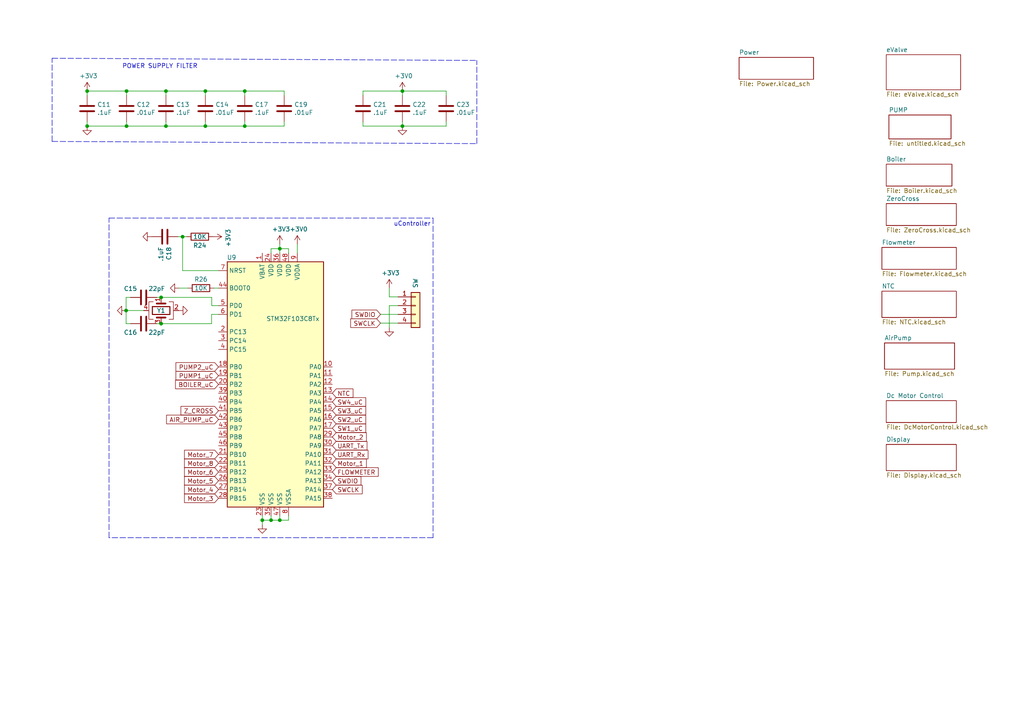
<source format=kicad_sch>
(kicad_sch (version 20211123) (generator eeschema)
  (paper "A4")
  (lib_symbols
    (symbol "Connector_Generic:Conn_01x04" (pin_names (offset 1.016) hide)
      (property "Reference" "J" (at 0 5.08 0))
      (property "Value" "Conn_01x04" (at 0 -7.62 0))
      (symbol "Conn_01x04_1_1"
        (rectangle (start -1.27 -4.953) (end 0 -5.207) (stroke (width 0.1524)))
        (rectangle (start -1.27 -2.413) (end 0 -2.667) (stroke (width 0.1524)))
        (rectangle (start -1.27 0.127) (end 0 -0.127) (stroke (width 0.1524)))
        (rectangle (start -1.27 2.667) (end 0 2.413) (stroke (width 0.1524)))
        (rectangle (start -1.27 3.81) (end 1.27 -6.35) (stroke (width 0.254)) (fill (type background)))
        (pin passive line (at -5.08 2.54 0) (length 3.81) (name "Pin_1") (number "1"))
        (pin passive line (at -5.08 0 0) (length 3.81) (name "Pin_2") (number "2"))
        (pin passive line (at -5.08 -2.54 0) (length 3.81) (name "Pin_3") (number "3"))
        (pin passive line (at -5.08 -5.08 0) (length 3.81) (name "Pin_4") (number "4"))
      )
    )
    (symbol "Device:C" (pin_numbers hide) (pin_names (offset 0.254))
      (property "Reference" "C" (at 0.635 2.54 0))
      (property "Value" "C" (at 0.635 -2.54 0))
      (symbol "C_0_1"
        (polyline (pts (xy -2.032 -0.762) (xy 2.032 -0.762)) (stroke (width 0.508)))
        (polyline (pts (xy -2.032 0.762) (xy 2.032 0.762)) (stroke (width 0.508)))
      )
      (symbol "C_1_1"
        (pin passive line (at 0 3.81 270) (length 2.794) (name "~") (number "1"))
        (pin passive line (at 0 -3.81 90) (length 2.794) (name "~") (number "2"))
      )
    )
    (symbol "Device:Crystal_GND24" (pin_names (offset 1.016) hide)
      (property "Reference" "Y" (at 3.175 5.08 0))
      (property "Value" "Crystal_GND24" (at 3.175 3.175 0))
      (symbol "Crystal_GND24_0_1"
        (rectangle (start -1.143 2.54) (end 1.143 -2.54) (stroke (width 0.3048)))
        (polyline (pts (xy -2.54 0) (xy -2.032 0)))
        (polyline (pts (xy -2.032 -1.27) (xy -2.032 1.27)) (stroke (width 0.508)))
        (polyline (pts (xy 0 -3.81) (xy 0 -3.556)))
        (polyline (pts (xy 0 3.556) (xy 0 3.81)))
        (polyline (pts (xy 2.032 -1.27) (xy 2.032 1.27)) (stroke (width 0.508)))
        (polyline (pts (xy 2.032 0) (xy 2.54 0)))
        (polyline (pts (xy -2.54 -2.286) (xy -2.54 -3.556) (xy 2.54 -3.556) (xy 2.54 -2.286)))
        (polyline (pts (xy -2.54 2.286) (xy -2.54 3.556) (xy 2.54 3.556) (xy 2.54 2.286)))
      )
      (symbol "Crystal_GND24_1_1"
        (pin passive line (at -3.81 0 0) (length 1.27) (name "1") (number "1"))
        (pin passive line (at 0 5.08 270) (length 1.27) (name "2") (number "2"))
        (pin passive line (at 3.81 0 180) (length 1.27) (name "3") (number "3"))
        (pin passive line (at 0 -5.08 90) (length 1.27) (name "4") (number "4"))
      )
    )
    (symbol "Device:R" (pin_numbers hide) (pin_names (offset 0))
      (property "Reference" "R" (at 2.032 0 90))
      (property "Value" "R" (at 0 0 90))
      (symbol "R_0_1"
        (rectangle (start -1.016 -2.54) (end 1.016 2.54) (stroke (width 0.254)))
      )
      (symbol "R_1_1"
        (pin passive line (at 0 3.81 270) (length 1.27) (name "~") (number "1"))
        (pin passive line (at 0 -3.81 90) (length 1.27) (name "~") (number "2"))
      )
    )
    (symbol "MCU_ST_STM32F1:STM32F103C8Tx"
      (property "Reference" "U" (at -15.24 36.83 0))
      (property "Value" "STM32F103C8Tx" (at 7.62 36.83 0))
      (symbol "STM32F103C8Tx_0_1"
        (rectangle (start -15.24 -35.56) (end 12.7 35.56) (stroke (width 0.254)) (fill (type background)))
      )
      (symbol "STM32F103C8Tx_1_1"
        (pin power_in line (at -5.08 38.1 270) (length 2.54) (name "VBAT") (number "1"))
        (pin bidirectional line (at 15.24 5.08 180) (length 2.54) (name "PA0") (number "10"))
        (pin bidirectional line (at 15.24 2.54 180) (length 2.54) (name "PA1") (number "11"))
        (pin bidirectional line (at 15.24 0 180) (length 2.54) (name "PA2") (number "12"))
        (pin bidirectional line (at 15.24 -2.54 180) (length 2.54) (name "PA3") (number "13"))
        (pin bidirectional line (at 15.24 -5.08 180) (length 2.54) (name "PA4") (number "14"))
        (pin bidirectional line (at 15.24 -7.62 180) (length 2.54) (name "PA5") (number "15"))
        (pin bidirectional line (at 15.24 -10.16 180) (length 2.54) (name "PA6") (number "16"))
        (pin bidirectional line (at 15.24 -12.7 180) (length 2.54) (name "PA7") (number "17"))
        (pin bidirectional line (at -17.78 5.08 0) (length 2.54) (name "PB0") (number "18"))
        (pin bidirectional line (at -17.78 2.54 0) (length 2.54) (name "PB1") (number "19"))
        (pin bidirectional line (at -17.78 15.24 0) (length 2.54) (name "PC13") (number "2"))
        (pin bidirectional line (at -17.78 0 0) (length 2.54) (name "PB2") (number "20"))
        (pin bidirectional line (at -17.78 -20.32 0) (length 2.54) (name "PB10") (number "21"))
        (pin bidirectional line (at -17.78 -22.86 0) (length 2.54) (name "PB11") (number "22"))
        (pin power_in line (at -5.08 -38.1 90) (length 2.54) (name "VSS") (number "23"))
        (pin power_in line (at -2.54 38.1 270) (length 2.54) (name "VDD") (number "24"))
        (pin bidirectional line (at -17.78 -25.4 0) (length 2.54) (name "PB12") (number "25"))
        (pin bidirectional line (at -17.78 -27.94 0) (length 2.54) (name "PB13") (number "26"))
        (pin bidirectional line (at -17.78 -30.48 0) (length 2.54) (name "PB14") (number "27"))
        (pin bidirectional line (at -17.78 -33.02 0) (length 2.54) (name "PB15") (number "28"))
        (pin bidirectional line (at 15.24 -15.24 180) (length 2.54) (name "PA8") (number "29"))
        (pin bidirectional line (at -17.78 12.7 0) (length 2.54) (name "PC14") (number "3"))
        (pin bidirectional line (at 15.24 -17.78 180) (length 2.54) (name "PA9") (number "30"))
        (pin bidirectional line (at 15.24 -20.32 180) (length 2.54) (name "PA10") (number "31"))
        (pin bidirectional line (at 15.24 -22.86 180) (length 2.54) (name "PA11") (number "32"))
        (pin bidirectional line (at 15.24 -25.4 180) (length 2.54) (name "PA12") (number "33"))
        (pin bidirectional line (at 15.24 -27.94 180) (length 2.54) (name "PA13") (number "34"))
        (pin power_in line (at -2.54 -38.1 90) (length 2.54) (name "VSS") (number "35"))
        (pin power_in line (at 0 38.1 270) (length 2.54) (name "VDD") (number "36"))
        (pin bidirectional line (at 15.24 -30.48 180) (length 2.54) (name "PA14") (number "37"))
        (pin bidirectional line (at 15.24 -33.02 180) (length 2.54) (name "PA15") (number "38"))
        (pin bidirectional line (at -17.78 -2.54 0) (length 2.54) (name "PB3") (number "39"))
        (pin bidirectional line (at -17.78 10.16 0) (length 2.54) (name "PC15") (number "4"))
        (pin bidirectional line (at -17.78 -5.08 0) (length 2.54) (name "PB4") (number "40"))
        (pin bidirectional line (at -17.78 -7.62 0) (length 2.54) (name "PB5") (number "41"))
        (pin bidirectional line (at -17.78 -10.16 0) (length 2.54) (name "PB6") (number "42"))
        (pin bidirectional line (at -17.78 -12.7 0) (length 2.54) (name "PB7") (number "43"))
        (pin input line (at -17.78 27.94 0) (length 2.54) (name "BOOT0") (number "44"))
        (pin bidirectional line (at -17.78 -15.24 0) (length 2.54) (name "PB8") (number "45"))
        (pin bidirectional line (at -17.78 -17.78 0) (length 2.54) (name "PB9") (number "46"))
        (pin power_in line (at 0 -38.1 90) (length 2.54) (name "VSS") (number "47"))
        (pin power_in line (at 2.54 38.1 270) (length 2.54) (name "VDD") (number "48"))
        (pin input line (at -17.78 22.86 0) (length 2.54) (name "PD0") (number "5"))
        (pin input line (at -17.78 20.32 0) (length 2.54) (name "PD1") (number "6"))
        (pin input line (at -17.78 33.02 0) (length 2.54) (name "NRST") (number "7"))
        (pin power_in line (at 2.54 -38.1 90) (length 2.54) (name "VSSA") (number "8"))
        (pin power_in line (at 5.08 38.1 270) (length 2.54) (name "VDDA") (number "9"))
      )
    )
    (symbol "power:+3V0" (power) (pin_names (offset 0))
      (property "Value" "+3V0" (at 0 3.556 0))
      (symbol "+3V0_0_1"
        (polyline (pts (xy -0.762 1.27) (xy 0 2.54)))
        (polyline (pts (xy 0 0) (xy 0 2.54)))
        (polyline (pts (xy 0 2.54) (xy 0.762 1.27)))
      )
      (symbol "+3V0_1_1"
        (pin power_in line (at 0 0 90) (length 0) hide (name "+3V0") (number "1"))
      )
    )
    (symbol "power:+3V3" (power) (pin_names (offset 0))
      (property "Value" "+3V3" (at 0 3.556 0))
      (symbol "+3V3_0_1"
        (polyline (pts (xy -0.762 1.27) (xy 0 2.54)))
        (polyline (pts (xy 0 0) (xy 0 2.54)))
        (polyline (pts (xy 0 2.54) (xy 0.762 1.27)))
      )
      (symbol "+3V3_1_1"
        (pin power_in line (at 0 0 90) (length 0) hide (name "+3V3") (number "1"))
      )
    )
    (symbol "power:GND" (power) (pin_names (offset 0))
      (property "Value" "GND" (at 0 -3.81 0))
      (symbol "GND_0_1"
        (polyline (pts (xy 0 0) (xy 0 -1.27) (xy 1.27 -1.27) (xy 0 -2.54) (xy -1.27 -1.27) (xy 0 -1.27)))
      )
      (symbol "GND_1_1"
        (pin power_in line (at 0 0 270) (length 0) hide (name "GND") (number "1"))
      )
    )
  )
  (junction (at 52.959 68.6562))
  (junction (at 78.613 150.876))
  (junction (at 25.273 26.416))
  (junction (at 36.703 26.416))
  (junction (at 81.153 150.876))
  (junction (at 70.993 36.576))
  (junction (at 46.736 86.2584))
  (junction (at 59.563 26.416))
  (junction (at 48.133 26.416))
  (junction (at 59.563 36.576))
  (junction (at 48.133 36.576))
  (junction (at 25.273 36.576))
  (junction (at 36.576 90.0684))
  (junction (at 36.703 36.576))
  (junction (at 116.713 26.416))
  (junction (at 81.153 72.136))
  (junction (at 76.073 150.876))
  (junction (at 46.736 93.8784))
  (junction (at 116.713 36.576))
  (junction (at 70.993 26.416))
  (wire (pts (xy 36.703 36.576) (xy 48.133 36.576)))
  (wire (pts (xy 45.466 86.2584) (xy 46.736 86.2584)))
  (wire (pts (xy 61.4172 88.646) (xy 63.373 88.646)))
  (wire (pts (xy 48.133 36.576) (xy 59.563 36.576)))
  (polyline (pts (xy 31.623 63.246) (xy 125.603 63.246)))
  (wire (pts (xy 116.713 27.686) (xy 116.713 26.416)))
  (wire (pts (xy 112.903 94.996) (xy 112.903 88.646)))
  (wire (pts (xy 112.903 86.106) (xy 115.443 86.106)))
  (wire (pts (xy 112.903 88.646) (xy 115.443 88.646)))
  (wire (pts (xy 36.703 27.686) (xy 36.703 26.416)))
  (wire (pts (xy 52.959 68.6562) (xy 54.1528 68.6562)))
  (wire (pts (xy 81.153 72.136) (xy 81.153 70.866)))
  (wire (pts (xy 48.133 35.306) (xy 48.133 36.576)))
  (wire (pts (xy 82.423 26.416) (xy 82.423 27.686)))
  (wire (pts (xy 59.563 35.306) (xy 59.563 36.576)))
  (wire (pts (xy 78.613 150.876) (xy 78.613 149.606)))
  (wire (pts (xy 81.153 73.406) (xy 81.153 72.136)))
  (wire (pts (xy 52.959 78.486) (xy 52.959 68.6562)))
  (wire (pts (xy 116.713 26.416) (xy 129.413 26.416)))
  (wire (pts (xy 112.903 83.566) (xy 112.903 86.106)))
  (wire (pts (xy 61.3664 91.186) (xy 61.3664 93.8784)))
  (wire (pts (xy 82.423 36.576) (xy 82.423 35.306)))
  (wire (pts (xy 70.993 27.686) (xy 70.993 26.416)))
  (wire (pts (xy 76.073 150.876) (xy 76.073 149.606)))
  (wire (pts (xy 25.273 26.416) (xy 36.703 26.416)))
  (wire (pts (xy 25.273 36.576) (xy 36.703 36.576)))
  (wire (pts (xy 51.6128 68.6562) (xy 52.959 68.6562)))
  (wire (pts (xy 78.613 150.876) (xy 81.153 150.876)))
  (wire (pts (xy 76.073 152.146) (xy 76.073 150.876)))
  (wire (pts (xy 83.693 150.876) (xy 83.693 149.606)))
  (wire (pts (xy 105.283 26.416) (xy 116.713 26.416)))
  (wire (pts (xy 110.363 93.726) (xy 115.443 93.726)))
  (wire (pts (xy 59.563 26.416) (xy 70.993 26.416)))
  (wire (pts (xy 129.413 26.416) (xy 129.413 27.686)))
  (wire (pts (xy 25.273 35.306) (xy 25.273 36.576)))
  (polyline (pts (xy 15.113 16.891) (xy 138.303 17.526)))
  (polyline (pts (xy 15.113 41.021) (xy 138.303 41.656)))
  (polyline (pts (xy 138.303 41.656) (xy 138.303 17.526)))
  (wire (pts (xy 36.576 90.0684) (xy 36.576 86.2584)))
  (wire (pts (xy 70.993 35.306) (xy 70.993 36.576)))
  (wire (pts (xy 51.943 83.566) (xy 54.483 83.566)))
  (wire (pts (xy 83.693 72.136) (xy 83.693 73.406)))
  (wire (pts (xy 46.736 86.2584) (xy 61.4172 86.2584)))
  (wire (pts (xy 116.713 36.576) (xy 129.413 36.576)))
  (wire (pts (xy 78.613 73.406) (xy 78.613 72.136)))
  (wire (pts (xy 36.576 93.8784) (xy 36.576 90.0684)))
  (wire (pts (xy 36.576 86.2584) (xy 37.846 86.2584)))
  (wire (pts (xy 48.133 26.416) (xy 59.563 26.416)))
  (wire (pts (xy 59.563 27.686) (xy 59.563 26.416)))
  (wire (pts (xy 45.466 93.8784) (xy 46.736 93.8784)))
  (wire (pts (xy 86.233 70.866) (xy 86.233 73.406)))
  (wire (pts (xy 61.4172 86.2584) (xy 61.4172 88.646)))
  (wire (pts (xy 63.373 78.486) (xy 52.959 78.486)))
  (wire (pts (xy 129.413 36.576) (xy 129.413 35.306)))
  (wire (pts (xy 76.073 150.876) (xy 78.613 150.876)))
  (wire (pts (xy 62.103 83.566) (xy 63.373 83.566)))
  (wire (pts (xy 25.273 27.686) (xy 25.273 26.416)))
  (wire (pts (xy 105.283 35.306) (xy 105.283 36.576)))
  (wire (pts (xy 37.846 93.8784) (xy 36.576 93.8784)))
  (wire (pts (xy 105.283 36.576) (xy 116.713 36.576)))
  (wire (pts (xy 78.613 72.136) (xy 81.153 72.136)))
  (wire (pts (xy 70.993 26.416) (xy 82.423 26.416)))
  (wire (pts (xy 48.133 27.686) (xy 48.133 26.416)))
  (wire (pts (xy 46.736 93.8784) (xy 61.3664 93.8784)))
  (wire (pts (xy 63.373 91.186) (xy 61.3664 91.186)))
  (wire (pts (xy 105.283 27.686) (xy 105.283 26.416)))
  (wire (pts (xy 81.153 72.136) (xy 83.693 72.136)))
  (wire (pts (xy 70.993 36.576) (xy 82.423 36.576)))
  (wire (pts (xy 36.703 26.416) (xy 48.133 26.416)))
  (wire (pts (xy 116.713 36.576) (xy 116.713 35.306)))
  (polyline (pts (xy 125.603 155.956) (xy 31.623 155.956)))
  (wire (pts (xy 36.576 90.0684) (xy 41.656 90.0684)))
  (wire (pts (xy 81.153 150.876) (xy 83.693 150.876)))
  (polyline (pts (xy 125.603 63.246) (xy 125.603 155.956)))
  (wire (pts (xy 59.563 36.576) (xy 70.993 36.576)))
  (polyline (pts (xy 31.623 155.956) (xy 31.623 63.246)))
  (polyline (pts (xy 15.113 41.021) (xy 15.113 16.891)))
  (wire (pts (xy 36.703 35.306) (xy 36.703 36.576)))
  (wire (pts (xy 110.363 91.186) (xy 115.443 91.186)))
  (wire (pts (xy 81.153 150.876) (xy 81.153 149.606)))
  (text "POWER SUPPLY FILTER\n" (at 35.433 20.066 0) (effects (font (size 1.27 1.27)) (justify left bottom)))
  (text "uController\n" (at 114.173 65.786 0) (effects (font (size 1.27 1.27)) (justify left bottom)))
  (global_label "Motor_2" (shape input) (at 96.393 126.746 0) (property "Intersheet References" "${INTERSHEET_REFS}" (effects hide)))
  (global_label "SWCLK" (shape input) (at 96.393 141.986 0) (property "Intersheet References" "${INTERSHEET_REFS}" (effects hide)))
  (global_label "Motor_3" (shape input) (at 63.373 144.526 180) (property "Intersheet References" "${INTERSHEET_REFS}" (effects hide)))
  (global_label "UART_Rx" (shape input) (at 96.393 131.826 0) (property "Intersheet References" "${INTERSHEET_REFS}" (effects hide)))
  (global_label "FLOWMETER" (shape input) (at 96.393 136.906 0) (property "Intersheet References" "${INTERSHEET_REFS}" (effects hide)))
  (global_label "BOILER_uC" (shape input) (at 63.373 111.506 180) (property "Intersheet References" "${INTERSHEET_REFS}" (effects hide)))
  (global_label "AIR_PUMP_uC" (shape input) (at 63.373 121.666 180) (property "Intersheet References" "${INTERSHEET_REFS}" (effects hide)))
  (global_label "SWCLK" (shape input) (at 110.363 93.726 180) (property "Intersheet References" "${INTERSHEET_REFS}" (effects hide)))
  (global_label "SW2_uC" (shape input) (at 96.393 121.666 0) (property "Intersheet References" "${INTERSHEET_REFS}" (effects hide)))
  (global_label "Motor_1" (shape input) (at 96.393 134.366 0) (property "Intersheet References" "${INTERSHEET_REFS}" (effects hide)))
  (global_label "PUMP1_uC" (shape input) (at 63.373 108.966 180) (property "Intersheet References" "${INTERSHEET_REFS}" (effects hide)))
  (global_label "UART_Tx" (shape input) (at 96.393 129.286 0) (property "Intersheet References" "${INTERSHEET_REFS}" (effects hide)))
  (global_label "SWDIO" (shape input) (at 96.393 139.446 0) (property "Intersheet References" "${INTERSHEET_REFS}" (effects hide)))
  (global_label "Motor_8" (shape input) (at 63.373 134.366 180) (property "Intersheet References" "${INTERSHEET_REFS}" (effects hide)))
  (global_label "Motor_4" (shape input) (at 63.373 141.986 180) (property "Intersheet References" "${INTERSHEET_REFS}" (effects hide)))
  (global_label "SW4_uC" (shape input) (at 96.393 116.586 0) (property "Intersheet References" "${INTERSHEET_REFS}" (effects hide)))
  (global_label "SW1_uC" (shape input) (at 96.393 124.206 0) (property "Intersheet References" "${INTERSHEET_REFS}" (effects hide)))
  (global_label "SWDIO" (shape input) (at 110.363 91.186 180) (property "Intersheet References" "${INTERSHEET_REFS}" (effects hide)))
  (global_label "PUMP2_uC" (shape input) (at 63.373 106.426 180) (property "Intersheet References" "${INTERSHEET_REFS}" (effects hide)))
  (global_label "Motor_6" (shape input) (at 63.373 136.906 180) (property "Intersheet References" "${INTERSHEET_REFS}" (effects hide)))
  (global_label "NTC" (shape input) (at 96.393 114.046 0) (property "Intersheet References" "${INTERSHEET_REFS}" (effects hide)))
  (global_label "Motor_7" (shape input) (at 63.373 131.826 180) (property "Intersheet References" "${INTERSHEET_REFS}" (effects hide)))
  (global_label "Z_CROSS" (shape input) (at 63.373 119.126 180) (property "Intersheet References" "${INTERSHEET_REFS}" (effects hide)))
  (global_label "SW3_uC" (shape input) (at 96.393 119.126 0) (property "Intersheet References" "${INTERSHEET_REFS}" (effects hide)))
  (global_label "Motor_5" (shape input) (at 63.373 139.446 180) (property "Intersheet References" "${INTERSHEET_REFS}" (effects hide)))
  (symbol (lib_id "Device:C") (at 36.703 31.496 0) (unit 1)
    (property "Reference" "C12" (at 39.624 30.3276 0) (effects (justify left)))
    (property "Value" ".01uF" (at 39.624 32.639 0) (effects (justify left)))
    (property "Footprint" "Capacitor_SMD:C_0603_1608Metric" (effects hide))
  )
  (symbol (lib_id "Device:C") (at 25.273 31.496 0) (unit 1)
    (property "Reference" "C11" (at 28.194 30.3276 0) (effects (justify left)))
    (property "Value" ".1uF" (at 28.194 32.639 0) (effects (justify left)))
    (property "Footprint" "Capacitor_SMD:C_0603_1608Metric" (effects hide))
  )
  (symbol (lib_id "Device:C") (at 59.563 31.496 0) (unit 1)
    (property "Reference" "C14" (at 62.484 30.3276 0) (effects (justify left)))
    (property "Value" ".01uF" (at 62.484 32.639 0) (effects (justify left)))
    (property "Footprint" "Capacitor_SMD:C_0603_1608Metric" (effects hide))
  )
  (symbol (lib_id "Device:C") (at 48.133 31.496 0) (unit 1)
    (property "Reference" "C13" (at 51.054 30.3276 0) (effects (justify left)))
    (property "Value" ".1uF" (at 51.054 32.639 0) (effects (justify left)))
    (property "Footprint" "Capacitor_SMD:C_0603_1608Metric" (effects hide))
  )
  (symbol (lib_id "Device:C") (at 82.423 31.496 0) (unit 1)
    (property "Reference" "C19" (at 85.344 30.3276 0) (effects (justify left)))
    (property "Value" ".01uF" (at 85.344 32.639 0) (effects (justify left)))
    (property "Footprint" "Capacitor_SMD:C_0603_1608Metric" (effects hide))
  )
  (symbol (lib_id "Device:C") (at 70.993 31.496 0) (unit 1)
    (property "Reference" "C17" (at 73.914 30.3276 0) (effects (justify left)))
    (property "Value" ".1uF" (at 73.914 32.639 0) (effects (justify left)))
    (property "Footprint" "Capacitor_SMD:C_0603_1608Metric" (effects hide))
  )
  (symbol (lib_id "power:+3V3") (at 25.273 26.416 0) (unit 1)
    (property "Reference" "#PWR026" (effects hide))
    (property "Value" "+3V3" (at 25.654 22.0218 0))
  )
  (symbol (lib_id "power:GND") (at 25.273 36.576 0) (unit 1)
    (property "Reference" "#PWR027" (effects hide))
    (property "Value" "GND" (effects hide))
  )
  (symbol (lib_id "Device:C") (at 116.713 31.496 0) (unit 1)
    (property "Reference" "C22" (at 119.634 30.3276 0) (effects (justify left)))
    (property "Value" ".1uF" (at 119.634 32.639 0) (effects (justify left)))
    (property "Footprint" "Capacitor_SMD:C_0603_1608Metric" (effects hide))
  )
  (symbol (lib_id "Device:C") (at 105.283 31.496 0) (unit 1)
    (property "Reference" "C21" (at 108.204 30.3276 0) (effects (justify left)))
    (property "Value" ".1uF" (at 108.204 32.639 0) (effects (justify left)))
    (property "Footprint" "Capacitor_SMD:C_0603_1608Metric" (effects hide))
  )
  (symbol (lib_id "Device:C") (at 129.413 31.496 0) (unit 1)
    (property "Reference" "C23" (at 132.334 30.3276 0) (effects (justify left)))
    (property "Value" ".01uF" (at 132.334 32.639 0) (effects (justify left)))
    (property "Footprint" "Capacitor_SMD:C_0603_1608Metric" (effects hide))
  )
  (symbol (lib_id "power:+3V0") (at 116.713 26.416 0) (unit 1)
    (property "Reference" "#PWR043" (effects hide))
    (property "Value" "+3V0" (at 117.094 22.0218 0))
  )
  (symbol (lib_id "power:GND") (at 116.713 36.576 0) (unit 1)
    (property "Reference" "#PWR044" (effects hide))
    (property "Value" "GND" (effects hide))
  )
  (symbol (lib_id "Device:Crystal_GND24") (at 46.736 90.0684 270) (unit 1)
    (property "Reference" "Y1" (at 45.466 90.0684 90) (effects (justify left)))
    (property "Value" "Crystal_GND24" (effects hide))
    (property "Footprint" "Footprint:Crystal_smd_3225" (effects hide))
  )
  (symbol (lib_id "MCU_ST_STM32F1:STM32F103C8Tx") (at 81.153 111.506 0) (unit 1)
    (property "Reference" "U9" (at 67.183 74.676 0))
    (property "Value" "STM32F103C8Tx" (at 84.963 92.456 0))
    (property "Footprint" "Package_QFP:LQFP-48_7x7mm_P0.5mm" (effects hide))
    (property "Datasheet" "http://www.st.com/st-web-ui/static/active/en/resource/technical/document/datasheet/CD00161566.pdf" (effects hide))
  )
  (symbol (lib_id "power:+3V3") (at 81.153 70.866 0) (unit 1)
    (property "Reference" "#PWR040" (effects hide))
    (property "Value" "+3V3" (at 81.534 66.4718 0))
  )
  (symbol (lib_id "power:+3V0") (at 86.233 70.866 0) (unit 1)
    (property "Reference" "#PWR042" (effects hide))
    (property "Value" "+3V0" (at 86.614 66.4718 0))
  )
  (symbol (lib_id "Device:R") (at 57.9628 68.6562 270) (unit 1)
    (property "Reference" "R24" (at 57.9628 71.1962 90))
    (property "Value" "10K" (at 57.9628 68.6562 90))
    (property "Footprint" "Resistor_SMD:R_0603_1608Metric" (effects hide))
  )
  (symbol (lib_id "Device:R") (at 58.293 83.566 90) (unit 1)
    (property "Reference" "R26" (at 58.293 81.026 90))
    (property "Value" "10K" (at 58.293 83.566 90))
    (property "Footprint" "Resistor_SMD:R_0603_1608Metric" (effects hide))
  )
  (symbol (lib_id "power:+3V3") (at 61.7728 68.6562 270) (unit 1)
    (property "Reference" "#PWR032" (effects hide))
    (property "Value" "+3V3" (at 66.167 69.0372 0))
  )
  (symbol (lib_id "Device:C") (at 47.8028 68.6562 90) (unit 1)
    (property "Reference" "C18" (at 48.9712 71.5772 0) (effects (justify right)))
    (property "Value" ".1uF" (at 46.6598 71.5772 0) (effects (justify right)))
    (property "Footprint" "Capacitor_SMD:C_0603_1608Metric" (effects hide))
  )
  (symbol (lib_id "power:GND") (at 43.9928 68.6562 270) (unit 1)
    (property "Reference" "#PWR033" (effects hide))
    (property "Value" "GND" (effects hide))
  )
  (symbol (lib_id "Device:C") (at 41.656 93.8784 90) (unit 1)
    (property "Reference" "C16" (at 37.846 96.4184 90))
    (property "Value" "22pF" (at 45.466 96.4184 90))
    (property "Footprint" "Capacitor_SMD:C_0603_1608Metric" (effects hide))
  )
  (symbol (lib_id "Device:C") (at 41.656 86.2584 90) (unit 1)
    (property "Reference" "C15" (at 37.846 83.7184 90))
    (property "Value" "22pF" (at 45.466 83.7184 90))
    (property "Footprint" "Capacitor_SMD:C_0603_1608Metric" (effects hide))
  )
  (symbol (lib_id "power:GND") (at 36.576 90.0684 270) (unit 1)
    (property "Reference" "#PWR030" (effects hide))
    (property "Value" "GND" (effects hide))
  )
  (symbol (lib_id "power:GND") (at 76.073 152.146 0) (unit 1)
    (property "Reference" "#PWR039" (effects hide))
    (property "Value" "GND" (effects hide))
  )
  (symbol (lib_id "Connector_Generic:Conn_01x04") (at 120.523 88.646 0) (unit 1)
    (property "Reference" "J11" (effects hide))
    (property "Value" "SW" (at 120.523 83.566 90) (effects (justify left)))
    (property "Footprint" "Connector_PinSocket_1.27mm:PinSocket_1x04_P1.27mm_Vertical" (effects hide))
  )
  (symbol (lib_id "power:+3V3") (at 112.903 83.566 0) (unit 1)
    (property "Reference" "#PWR048" (effects hide))
    (property "Value" "+3V3" (at 113.284 79.1718 0))
  )
  (symbol (lib_id "power:GND") (at 112.903 94.996 0) (unit 1)
    (property "Reference" "#PWR049" (effects hide))
    (property "Value" "GND" (effects hide))
  )
  (symbol (lib_id "power:GND") (at 51.816 90.0684 90) (unit 1)
    (property "Reference" "#PWR0101" (effects hide))
    (property "Value" "GND" (effects hide))
  )
  (symbol (lib_id "power:GND") (at 51.943 83.566 270) (unit 1)
    (property "Reference" "#PWR0134" (effects hide))
    (property "Value" "GND" (effects hide))
  )
  (sheet (at 255.778 84.455) (size 21.59 7.62) (stroke (width 0.1524))
    (property "Sheet name" "NTC" (at 255.778 83.7434 0) (effects (justify left bottom)))
    (property "Sheet file" "NTC.kicad_sch" (at 255.778 92.6596 0) (effects (justify left top)))
  )
  (sheet (at 214.376 16.637) (size 21.59 6.35) (stroke (width 0.1524))
    (property "Sheet name" "Power" (at 214.376 15.9254 0) (effects (justify left bottom)))
    (property "Sheet file" "Power.kicad_sch" (at 214.376 23.5716 0) (effects (justify left top)))
  )
  (sheet (at 257.048 128.905) (size 20.32 7.62) (stroke (width 0.1524))
    (property "Sheet name" "Display" (at 257.048 128.1934 0) (effects (justify left bottom)))
    (property "Sheet file" "Display.kicad_sch" (at 257.048 137.1096 0) (effects (justify left top)))
  )
  (sheet (at 257.81 33.3502) (size 18.034 6.9342) (stroke (width 0.1524))
    (property "Sheet name" "PUMP" (at 257.81 32.6386 0) (effects (justify left bottom)))
    (property "Sheet file" "untitled.kicad_sch" (at 257.81 40.869 0) (effects (justify left top)))
  )
  (sheet (at 255.778 71.755) (size 21.59 6.35) (stroke (width 0.1524))
    (property "Sheet name" "Flowmeter" (at 255.778 71.0434 0) (effects (justify left bottom)))
    (property "Sheet file" "Flowmeter.kicad_sch" (at 255.778 78.6896 0) (effects (justify left top)))
  )
  (sheet (at 257.048 116.205) (size 20.32 6.35) (stroke (width 0.1524))
    (property "Sheet name" "Dc Motor Control" (at 257.048 115.4934 0) (effects (justify left bottom)))
    (property "Sheet file" "DcMotorControl.kicad_sch" (at 257.048 123.1396 0) (effects (justify left top)))
  )
  (sheet (at 257.048 59.055) (size 20.32 6.35) (stroke (width 0.1524))
    (property "Sheet name" "ZeroCross" (at 257.048 58.3434 0) (effects (justify left bottom)))
    (property "Sheet file" "ZeroCross.kicad_sch" (at 257.048 65.9896 0) (effects (justify left top)))
  )
  (sheet (at 256.54 99.4664) (size 20.32 7.62) (stroke (width 0.1524))
    (property "Sheet name" "AirPump" (at 256.54 98.7548 0) (effects (justify left bottom)))
    (property "Sheet file" "Pump.kicad_sch" (at 256.54 107.671 0) (effects (justify left top)))
  )
  (sheet (at 257.048 15.875) (size 21.59 10.16) (stroke (width 0.1524))
    (property "Sheet name" "eValve" (at 257.048 15.1634 0) (effects (justify left bottom)))
    (property "Sheet file" "eValve.kicad_sch" (at 257.048 26.6196 0) (effects (justify left top)))
  )
  (sheet (at 257.048 47.625) (size 19.05 6.35) (stroke (width 0.1524))
    (property "Sheet name" "Boiler" (at 257.048 46.9134 0) (effects (justify left bottom)))
    (property "Sheet file" "Boiler.kicad_sch" (at 257.048 54.5596 0) (effects (justify left top)))
  )
)
</source>
